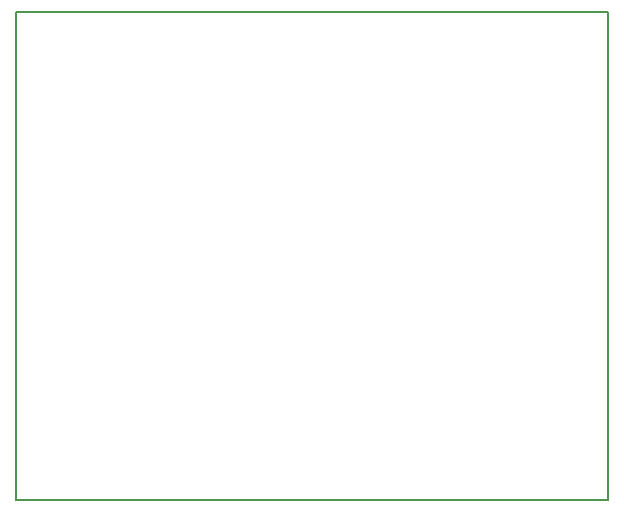
<source format=gbr>
G04 DipTrace 3.0.0.2*
G04 BoardOutline.gbr*
%MOIN*%
G04 #@! TF.FileFunction,Profile*
G04 #@! TF.Part,Single*
%ADD11C,0.005512*%
%FSLAX26Y26*%
G04*
G70*
G90*
G75*
G01*
G04 BoardOutline*
%LPD*%
X393701Y2018701D2*
D11*
X2368701D1*
Y393701D1*
X393701D1*
Y2018701D1*
M02*

</source>
